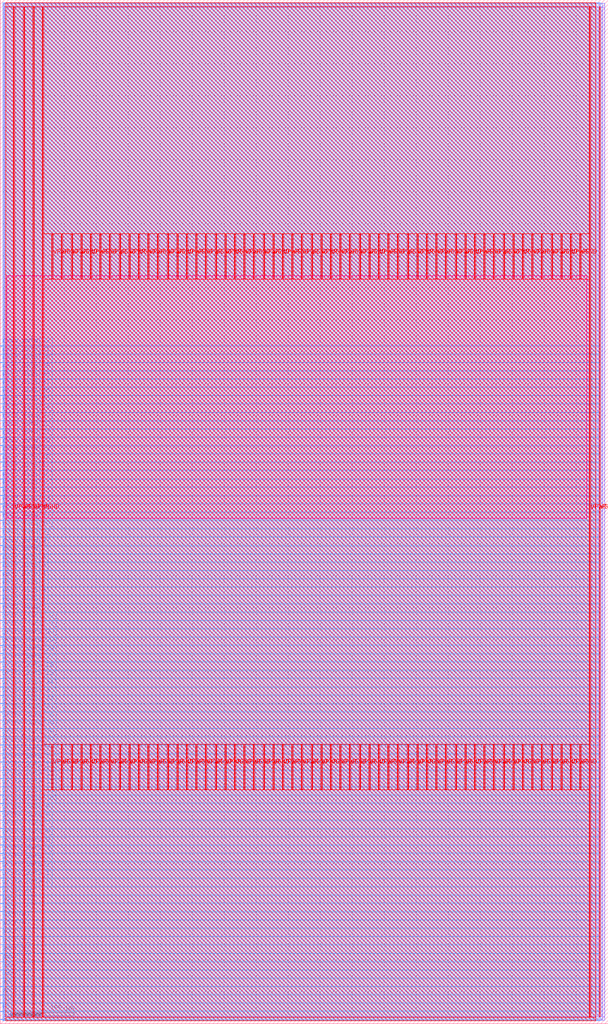
<source format=lef>
VERSION 5.7 ;
  NOWIREEXTENSIONATPIN ON ;
  DIVIDERCHAR "/" ;
  BUSBITCHARS "[]" ;
MACRO sram_33_4096
  CLASS BLOCK ;
  FOREIGN sram_33_4096 ;
  ORIGIN 0.000 0.000 ;
  SIZE 950.000 BY 1600.000 ;
  PIN VGND
    DIRECTION INPUT ;
    USE GROUND ;
    PORT
      LAYER met4 ;
        RECT 96.040 366.020 97.640 436.480 ;
    END
    PORT
      LAYER met4 ;
        RECT 126.040 366.020 127.640 436.480 ;
    END
    PORT
      LAYER met4 ;
        RECT 156.040 366.020 157.640 436.480 ;
    END
    PORT
      LAYER met4 ;
        RECT 186.040 366.020 187.640 436.480 ;
    END
    PORT
      LAYER met4 ;
        RECT 216.040 366.020 217.640 436.480 ;
    END
    PORT
      LAYER met4 ;
        RECT 246.040 366.020 247.640 436.480 ;
    END
    PORT
      LAYER met4 ;
        RECT 276.040 366.020 277.640 436.480 ;
    END
    PORT
      LAYER met4 ;
        RECT 306.040 366.020 307.640 436.480 ;
    END
    PORT
      LAYER met4 ;
        RECT 336.040 366.020 337.640 436.480 ;
    END
    PORT
      LAYER met4 ;
        RECT 366.040 366.020 367.640 436.480 ;
    END
    PORT
      LAYER met4 ;
        RECT 396.040 366.020 397.640 436.480 ;
    END
    PORT
      LAYER met4 ;
        RECT 426.040 366.020 427.640 436.480 ;
    END
    PORT
      LAYER met4 ;
        RECT 456.040 366.020 457.640 436.480 ;
    END
    PORT
      LAYER met4 ;
        RECT 486.040 366.020 487.640 436.480 ;
    END
    PORT
      LAYER met4 ;
        RECT 516.040 366.020 517.640 436.480 ;
    END
    PORT
      LAYER met4 ;
        RECT 546.040 366.020 547.640 436.480 ;
    END
    PORT
      LAYER met4 ;
        RECT 576.040 366.020 577.640 436.480 ;
    END
    PORT
      LAYER met4 ;
        RECT 606.040 366.020 607.640 436.480 ;
    END
    PORT
      LAYER met4 ;
        RECT 636.040 366.020 637.640 436.480 ;
    END
    PORT
      LAYER met4 ;
        RECT 666.040 366.020 667.640 436.480 ;
    END
    PORT
      LAYER met4 ;
        RECT 696.040 366.020 697.640 436.480 ;
    END
    PORT
      LAYER met4 ;
        RECT 726.040 366.020 727.640 436.480 ;
    END
    PORT
      LAYER met4 ;
        RECT 756.040 366.020 757.640 436.480 ;
    END
    PORT
      LAYER met4 ;
        RECT 786.040 366.020 787.640 436.480 ;
    END
    PORT
      LAYER met4 ;
        RECT 816.040 366.020 817.640 436.480 ;
    END
    PORT
      LAYER met4 ;
        RECT 846.040 366.020 847.640 436.480 ;
    END
    PORT
      LAYER met4 ;
        RECT 876.040 366.020 877.640 436.480 ;
    END
    PORT
      LAYER met4 ;
        RECT 906.040 366.020 907.640 436.480 ;
    END
    PORT
      LAYER met4 ;
        RECT 96.040 1163.520 97.640 1233.980 ;
    END
    PORT
      LAYER met4 ;
        RECT 126.040 1163.520 127.640 1233.980 ;
    END
    PORT
      LAYER met4 ;
        RECT 156.040 1163.520 157.640 1233.980 ;
    END
    PORT
      LAYER met4 ;
        RECT 186.040 1163.520 187.640 1233.980 ;
    END
    PORT
      LAYER met4 ;
        RECT 216.040 1163.520 217.640 1233.980 ;
    END
    PORT
      LAYER met4 ;
        RECT 246.040 1163.520 247.640 1233.980 ;
    END
    PORT
      LAYER met4 ;
        RECT 276.040 1163.520 277.640 1233.980 ;
    END
    PORT
      LAYER met4 ;
        RECT 306.040 1163.520 307.640 1233.980 ;
    END
    PORT
      LAYER met4 ;
        RECT 336.040 1163.520 337.640 1233.980 ;
    END
    PORT
      LAYER met4 ;
        RECT 366.040 1163.520 367.640 1233.980 ;
    END
    PORT
      LAYER met4 ;
        RECT 396.040 1163.520 397.640 1233.980 ;
    END
    PORT
      LAYER met4 ;
        RECT 426.040 1163.520 427.640 1233.980 ;
    END
    PORT
      LAYER met4 ;
        RECT 456.040 1163.520 457.640 1233.980 ;
    END
    PORT
      LAYER met4 ;
        RECT 486.040 1163.520 487.640 1233.980 ;
    END
    PORT
      LAYER met4 ;
        RECT 516.040 1163.520 517.640 1233.980 ;
    END
    PORT
      LAYER met4 ;
        RECT 546.040 1163.520 547.640 1233.980 ;
    END
    PORT
      LAYER met4 ;
        RECT 576.040 1163.520 577.640 1233.980 ;
    END
    PORT
      LAYER met4 ;
        RECT 606.040 1163.520 607.640 1233.980 ;
    END
    PORT
      LAYER met4 ;
        RECT 636.040 1163.520 637.640 1233.980 ;
    END
    PORT
      LAYER met4 ;
        RECT 666.040 1163.520 667.640 1233.980 ;
    END
    PORT
      LAYER met4 ;
        RECT 696.040 1163.520 697.640 1233.980 ;
    END
    PORT
      LAYER met4 ;
        RECT 726.040 1163.520 727.640 1233.980 ;
    END
    PORT
      LAYER met4 ;
        RECT 756.040 1163.520 757.640 1233.980 ;
    END
    PORT
      LAYER met4 ;
        RECT 786.040 1163.520 787.640 1233.980 ;
    END
    PORT
      LAYER met4 ;
        RECT 816.040 1163.520 817.640 1233.980 ;
    END
    PORT
      LAYER met4 ;
        RECT 846.040 1163.520 847.640 1233.980 ;
    END
    PORT
      LAYER met4 ;
        RECT 876.040 1163.520 877.640 1233.980 ;
    END
    PORT
      LAYER met4 ;
        RECT 906.040 1163.520 907.640 1233.980 ;
    END
    PORT
      LAYER met4 ;
        RECT 36.040 10.640 37.640 1588.720 ;
    END
    PORT
      LAYER met4 ;
        RECT 66.040 10.640 67.640 1588.720 ;
    END
    PORT
      LAYER met4 ;
        RECT 936.040 10.640 937.640 1588.720 ;
    END
  END VGND
  PIN VPWR
    DIRECTION INPUT ;
    USE POWER ;
    PORT
      LAYER met4 ;
        RECT 81.040 366.020 82.640 436.480 ;
    END
    PORT
      LAYER met4 ;
        RECT 111.040 366.020 112.640 436.480 ;
    END
    PORT
      LAYER met4 ;
        RECT 141.040 366.020 142.640 436.480 ;
    END
    PORT
      LAYER met4 ;
        RECT 171.040 366.020 172.640 436.480 ;
    END
    PORT
      LAYER met4 ;
        RECT 201.040 366.020 202.640 436.480 ;
    END
    PORT
      LAYER met4 ;
        RECT 231.040 366.020 232.640 436.480 ;
    END
    PORT
      LAYER met4 ;
        RECT 261.040 366.020 262.640 436.480 ;
    END
    PORT
      LAYER met4 ;
        RECT 291.040 366.020 292.640 436.480 ;
    END
    PORT
      LAYER met4 ;
        RECT 321.040 366.020 322.640 436.480 ;
    END
    PORT
      LAYER met4 ;
        RECT 351.040 366.020 352.640 436.480 ;
    END
    PORT
      LAYER met4 ;
        RECT 381.040 366.020 382.640 436.480 ;
    END
    PORT
      LAYER met4 ;
        RECT 411.040 366.020 412.640 436.480 ;
    END
    PORT
      LAYER met4 ;
        RECT 441.040 366.020 442.640 436.480 ;
    END
    PORT
      LAYER met4 ;
        RECT 471.040 366.020 472.640 436.480 ;
    END
    PORT
      LAYER met4 ;
        RECT 501.040 366.020 502.640 436.480 ;
    END
    PORT
      LAYER met4 ;
        RECT 531.040 366.020 532.640 436.480 ;
    END
    PORT
      LAYER met4 ;
        RECT 561.040 366.020 562.640 436.480 ;
    END
    PORT
      LAYER met4 ;
        RECT 591.040 366.020 592.640 436.480 ;
    END
    PORT
      LAYER met4 ;
        RECT 621.040 366.020 622.640 436.480 ;
    END
    PORT
      LAYER met4 ;
        RECT 651.040 366.020 652.640 436.480 ;
    END
    PORT
      LAYER met4 ;
        RECT 681.040 366.020 682.640 436.480 ;
    END
    PORT
      LAYER met4 ;
        RECT 711.040 366.020 712.640 436.480 ;
    END
    PORT
      LAYER met4 ;
        RECT 741.040 366.020 742.640 436.480 ;
    END
    PORT
      LAYER met4 ;
        RECT 771.040 366.020 772.640 436.480 ;
    END
    PORT
      LAYER met4 ;
        RECT 801.040 366.020 802.640 436.480 ;
    END
    PORT
      LAYER met4 ;
        RECT 831.040 366.020 832.640 436.480 ;
    END
    PORT
      LAYER met4 ;
        RECT 861.040 366.020 862.640 436.480 ;
    END
    PORT
      LAYER met4 ;
        RECT 891.040 366.020 892.640 436.480 ;
    END
    PORT
      LAYER met4 ;
        RECT 81.040 1163.520 82.640 1233.980 ;
    END
    PORT
      LAYER met4 ;
        RECT 111.040 1163.520 112.640 1233.980 ;
    END
    PORT
      LAYER met4 ;
        RECT 141.040 1163.520 142.640 1233.980 ;
    END
    PORT
      LAYER met4 ;
        RECT 171.040 1163.520 172.640 1233.980 ;
    END
    PORT
      LAYER met4 ;
        RECT 201.040 1163.520 202.640 1233.980 ;
    END
    PORT
      LAYER met4 ;
        RECT 231.040 1163.520 232.640 1233.980 ;
    END
    PORT
      LAYER met4 ;
        RECT 261.040 1163.520 262.640 1233.980 ;
    END
    PORT
      LAYER met4 ;
        RECT 291.040 1163.520 292.640 1233.980 ;
    END
    PORT
      LAYER met4 ;
        RECT 321.040 1163.520 322.640 1233.980 ;
    END
    PORT
      LAYER met4 ;
        RECT 351.040 1163.520 352.640 1233.980 ;
    END
    PORT
      LAYER met4 ;
        RECT 381.040 1163.520 382.640 1233.980 ;
    END
    PORT
      LAYER met4 ;
        RECT 411.040 1163.520 412.640 1233.980 ;
    END
    PORT
      LAYER met4 ;
        RECT 441.040 1163.520 442.640 1233.980 ;
    END
    PORT
      LAYER met4 ;
        RECT 471.040 1163.520 472.640 1233.980 ;
    END
    PORT
      LAYER met4 ;
        RECT 501.040 1163.520 502.640 1233.980 ;
    END
    PORT
      LAYER met4 ;
        RECT 531.040 1163.520 532.640 1233.980 ;
    END
    PORT
      LAYER met4 ;
        RECT 561.040 1163.520 562.640 1233.980 ;
    END
    PORT
      LAYER met4 ;
        RECT 591.040 1163.520 592.640 1233.980 ;
    END
    PORT
      LAYER met4 ;
        RECT 621.040 1163.520 622.640 1233.980 ;
    END
    PORT
      LAYER met4 ;
        RECT 651.040 1163.520 652.640 1233.980 ;
    END
    PORT
      LAYER met4 ;
        RECT 681.040 1163.520 682.640 1233.980 ;
    END
    PORT
      LAYER met4 ;
        RECT 711.040 1163.520 712.640 1233.980 ;
    END
    PORT
      LAYER met4 ;
        RECT 741.040 1163.520 742.640 1233.980 ;
    END
    PORT
      LAYER met4 ;
        RECT 771.040 1163.520 772.640 1233.980 ;
    END
    PORT
      LAYER met4 ;
        RECT 801.040 1163.520 802.640 1233.980 ;
    END
    PORT
      LAYER met4 ;
        RECT 831.040 1163.520 832.640 1233.980 ;
    END
    PORT
      LAYER met4 ;
        RECT 861.040 1163.520 862.640 1233.980 ;
    END
    PORT
      LAYER met4 ;
        RECT 891.040 1163.520 892.640 1233.980 ;
    END
    PORT
      LAYER met4 ;
        RECT 21.040 10.640 22.640 1588.720 ;
    END
    PORT
      LAYER met4 ;
        RECT 51.040 10.640 52.640 1588.720 ;
    END
    PORT
      LAYER met4 ;
        RECT 921.040 10.640 922.640 1588.720 ;
    END
  END VPWR
  PIN addr[0]
    DIRECTION INPUT ;
    USE SIGNAL ;
    PORT
      LAYER met3 ;
        RECT 0.000 44.920 4.000 45.520 ;
    END
  END addr[0]
  PIN addr[10]
    DIRECTION INPUT ;
    USE SIGNAL ;
    PORT
      LAYER met3 ;
        RECT 0.000 174.800 4.000 175.400 ;
    END
  END addr[10]
  PIN addr[11]
    DIRECTION INPUT ;
    USE SIGNAL ;
    PORT
      LAYER met3 ;
        RECT 0.000 187.720 4.000 188.320 ;
    END
  END addr[11]
  PIN addr[1]
    DIRECTION INPUT ;
    USE SIGNAL ;
    PORT
      LAYER met3 ;
        RECT 0.000 57.840 4.000 58.440 ;
    END
  END addr[1]
  PIN addr[2]
    DIRECTION INPUT ;
    USE SIGNAL ;
    PORT
      LAYER met3 ;
        RECT 0.000 70.760 4.000 71.360 ;
    END
  END addr[2]
  PIN addr[3]
    DIRECTION INPUT ;
    USE SIGNAL ;
    PORT
      LAYER met3 ;
        RECT 0.000 83.680 4.000 84.280 ;
    END
  END addr[3]
  PIN addr[4]
    DIRECTION INPUT ;
    USE SIGNAL ;
    PORT
      LAYER met3 ;
        RECT 0.000 96.600 4.000 97.200 ;
    END
  END addr[4]
  PIN addr[5]
    DIRECTION INPUT ;
    USE SIGNAL ;
    PORT
      LAYER met3 ;
        RECT 0.000 109.520 4.000 110.120 ;
    END
  END addr[5]
  PIN addr[6]
    DIRECTION INPUT ;
    USE SIGNAL ;
    PORT
      LAYER met3 ;
        RECT 0.000 123.120 4.000 123.720 ;
    END
  END addr[6]
  PIN addr[7]
    DIRECTION INPUT ;
    USE SIGNAL ;
    PORT
      LAYER met3 ;
        RECT 0.000 136.040 4.000 136.640 ;
    END
  END addr[7]
  PIN addr[8]
    DIRECTION INPUT ;
    USE SIGNAL ;
    PORT
      LAYER met3 ;
        RECT 0.000 148.960 4.000 149.560 ;
    END
  END addr[8]
  PIN addr[9]
    DIRECTION INPUT ;
    USE SIGNAL ;
    PORT
      LAYER met3 ;
        RECT 0.000 161.880 4.000 162.480 ;
    END
  END addr[9]
  PIN clk
    DIRECTION INPUT ;
    USE SIGNAL ;
    PORT
      LAYER met3 ;
        RECT 0.000 6.160 4.000 6.760 ;
    END
  END clk
  PIN clk_en
    DIRECTION INPUT ;
    USE SIGNAL ;
    PORT
      LAYER met3 ;
        RECT 0.000 32.000 4.000 32.600 ;
    END
  END clk_en
  PIN read_data[0]
    DIRECTION OUTPUT TRISTATE ;
    USE SIGNAL ;
    PORT
      LAYER met3 ;
        RECT 0.000 642.640 4.000 643.240 ;
    END
  END read_data[0]
  PIN read_data[10]
    DIRECTION OUTPUT TRISTATE ;
    USE SIGNAL ;
    PORT
      LAYER met3 ;
        RECT 0.000 773.200 4.000 773.800 ;
    END
  END read_data[10]
  PIN read_data[11]
    DIRECTION OUTPUT TRISTATE ;
    USE SIGNAL ;
    PORT
      LAYER met3 ;
        RECT 0.000 786.120 4.000 786.720 ;
    END
  END read_data[11]
  PIN read_data[12]
    DIRECTION OUTPUT TRISTATE ;
    USE SIGNAL ;
    PORT
      LAYER met3 ;
        RECT 0.000 799.040 4.000 799.640 ;
    END
  END read_data[12]
  PIN read_data[13]
    DIRECTION OUTPUT TRISTATE ;
    USE SIGNAL ;
    PORT
      LAYER met3 ;
        RECT 0.000 811.960 4.000 812.560 ;
    END
  END read_data[13]
  PIN read_data[14]
    DIRECTION OUTPUT TRISTATE ;
    USE SIGNAL ;
    PORT
      LAYER met3 ;
        RECT 0.000 824.880 4.000 825.480 ;
    END
  END read_data[14]
  PIN read_data[15]
    DIRECTION OUTPUT TRISTATE ;
    USE SIGNAL ;
    PORT
      LAYER met3 ;
        RECT 0.000 837.800 4.000 838.400 ;
    END
  END read_data[15]
  PIN read_data[16]
    DIRECTION OUTPUT TRISTATE ;
    USE SIGNAL ;
    PORT
      LAYER met3 ;
        RECT 0.000 850.720 4.000 851.320 ;
    END
  END read_data[16]
  PIN read_data[17]
    DIRECTION OUTPUT TRISTATE ;
    USE SIGNAL ;
    PORT
      LAYER met3 ;
        RECT 0.000 864.320 4.000 864.920 ;
    END
  END read_data[17]
  PIN read_data[18]
    DIRECTION OUTPUT TRISTATE ;
    USE SIGNAL ;
    PORT
      LAYER met3 ;
        RECT 0.000 877.240 4.000 877.840 ;
    END
  END read_data[18]
  PIN read_data[19]
    DIRECTION OUTPUT TRISTATE ;
    USE SIGNAL ;
    PORT
      LAYER met3 ;
        RECT 0.000 890.160 4.000 890.760 ;
    END
  END read_data[19]
  PIN read_data[1]
    DIRECTION OUTPUT TRISTATE ;
    USE SIGNAL ;
    PORT
      LAYER met3 ;
        RECT 0.000 656.240 4.000 656.840 ;
    END
  END read_data[1]
  PIN read_data[20]
    DIRECTION OUTPUT TRISTATE ;
    USE SIGNAL ;
    PORT
      LAYER met3 ;
        RECT 0.000 903.080 4.000 903.680 ;
    END
  END read_data[20]
  PIN read_data[21]
    DIRECTION OUTPUT TRISTATE ;
    USE SIGNAL ;
    PORT
      LAYER met3 ;
        RECT 0.000 916.000 4.000 916.600 ;
    END
  END read_data[21]
  PIN read_data[22]
    DIRECTION OUTPUT TRISTATE ;
    USE SIGNAL ;
    PORT
      LAYER met3 ;
        RECT 0.000 928.920 4.000 929.520 ;
    END
  END read_data[22]
  PIN read_data[23]
    DIRECTION OUTPUT TRISTATE ;
    USE SIGNAL ;
    PORT
      LAYER met3 ;
        RECT 0.000 941.840 4.000 942.440 ;
    END
  END read_data[23]
  PIN read_data[24]
    DIRECTION OUTPUT TRISTATE ;
    USE SIGNAL ;
    PORT
      LAYER met3 ;
        RECT 0.000 954.760 4.000 955.360 ;
    END
  END read_data[24]
  PIN read_data[25]
    DIRECTION OUTPUT TRISTATE ;
    USE SIGNAL ;
    PORT
      LAYER met3 ;
        RECT 0.000 968.360 4.000 968.960 ;
    END
  END read_data[25]
  PIN read_data[26]
    DIRECTION OUTPUT TRISTATE ;
    USE SIGNAL ;
    PORT
      LAYER met3 ;
        RECT 0.000 981.280 4.000 981.880 ;
    END
  END read_data[26]
  PIN read_data[27]
    DIRECTION OUTPUT TRISTATE ;
    USE SIGNAL ;
    PORT
      LAYER met3 ;
        RECT 0.000 994.200 4.000 994.800 ;
    END
  END read_data[27]
  PIN read_data[28]
    DIRECTION OUTPUT TRISTATE ;
    USE SIGNAL ;
    PORT
      LAYER met3 ;
        RECT 0.000 1007.120 4.000 1007.720 ;
    END
  END read_data[28]
  PIN read_data[29]
    DIRECTION OUTPUT TRISTATE ;
    USE SIGNAL ;
    PORT
      LAYER met3 ;
        RECT 0.000 1020.040 4.000 1020.640 ;
    END
  END read_data[29]
  PIN read_data[2]
    DIRECTION OUTPUT TRISTATE ;
    USE SIGNAL ;
    PORT
      LAYER met3 ;
        RECT 0.000 669.160 4.000 669.760 ;
    END
  END read_data[2]
  PIN read_data[30]
    DIRECTION OUTPUT TRISTATE ;
    USE SIGNAL ;
    PORT
      LAYER met3 ;
        RECT 0.000 1032.960 4.000 1033.560 ;
    END
  END read_data[30]
  PIN read_data[31]
    DIRECTION OUTPUT TRISTATE ;
    USE SIGNAL ;
    PORT
      LAYER met3 ;
        RECT 0.000 1045.880 4.000 1046.480 ;
    END
  END read_data[31]
  PIN read_data[32]
    DIRECTION OUTPUT TRISTATE ;
    USE SIGNAL ;
    PORT
      LAYER met3 ;
        RECT 0.000 1058.800 4.000 1059.400 ;
    END
  END read_data[32]
  PIN read_data[3]
    DIRECTION OUTPUT TRISTATE ;
    USE SIGNAL ;
    PORT
      LAYER met3 ;
        RECT 0.000 682.080 4.000 682.680 ;
    END
  END read_data[3]
  PIN read_data[4]
    DIRECTION OUTPUT TRISTATE ;
    USE SIGNAL ;
    PORT
      LAYER met3 ;
        RECT 0.000 695.000 4.000 695.600 ;
    END
  END read_data[4]
  PIN read_data[5]
    DIRECTION OUTPUT TRISTATE ;
    USE SIGNAL ;
    PORT
      LAYER met3 ;
        RECT 0.000 707.920 4.000 708.520 ;
    END
  END read_data[5]
  PIN read_data[6]
    DIRECTION OUTPUT TRISTATE ;
    USE SIGNAL ;
    PORT
      LAYER met3 ;
        RECT 0.000 720.840 4.000 721.440 ;
    END
  END read_data[6]
  PIN read_data[7]
    DIRECTION OUTPUT TRISTATE ;
    USE SIGNAL ;
    PORT
      LAYER met3 ;
        RECT 0.000 733.760 4.000 734.360 ;
    END
  END read_data[7]
  PIN read_data[8]
    DIRECTION OUTPUT TRISTATE ;
    USE SIGNAL ;
    PORT
      LAYER met3 ;
        RECT 0.000 746.680 4.000 747.280 ;
    END
  END read_data[8]
  PIN read_data[9]
    DIRECTION OUTPUT TRISTATE ;
    USE SIGNAL ;
    PORT
      LAYER met3 ;
        RECT 0.000 760.280 4.000 760.880 ;
    END
  END read_data[9]
  PIN rst
    DIRECTION INPUT ;
    USE SIGNAL ;
    PORT
      LAYER met3 ;
        RECT 0.000 19.080 4.000 19.680 ;
    END
  END rst
  PIN write_data[0]
    DIRECTION INPUT ;
    USE SIGNAL ;
    PORT
      LAYER met3 ;
        RECT 0.000 213.560 4.000 214.160 ;
    END
  END write_data[0]
  PIN write_data[10]
    DIRECTION INPUT ;
    USE SIGNAL ;
    PORT
      LAYER met3 ;
        RECT 0.000 344.120 4.000 344.720 ;
    END
  END write_data[10]
  PIN write_data[11]
    DIRECTION INPUT ;
    USE SIGNAL ;
    PORT
      LAYER met3 ;
        RECT 0.000 357.040 4.000 357.640 ;
    END
  END write_data[11]
  PIN write_data[12]
    DIRECTION INPUT ;
    USE SIGNAL ;
    PORT
      LAYER met3 ;
        RECT 0.000 369.960 4.000 370.560 ;
    END
  END write_data[12]
  PIN write_data[13]
    DIRECTION INPUT ;
    USE SIGNAL ;
    PORT
      LAYER met3 ;
        RECT 0.000 382.880 4.000 383.480 ;
    END
  END write_data[13]
  PIN write_data[14]
    DIRECTION INPUT ;
    USE SIGNAL ;
    PORT
      LAYER met3 ;
        RECT 0.000 395.800 4.000 396.400 ;
    END
  END write_data[14]
  PIN write_data[15]
    DIRECTION INPUT ;
    USE SIGNAL ;
    PORT
      LAYER met3 ;
        RECT 0.000 408.720 4.000 409.320 ;
    END
  END write_data[15]
  PIN write_data[16]
    DIRECTION INPUT ;
    USE SIGNAL ;
    PORT
      LAYER met3 ;
        RECT 0.000 421.640 4.000 422.240 ;
    END
  END write_data[16]
  PIN write_data[17]
    DIRECTION INPUT ;
    USE SIGNAL ;
    PORT
      LAYER met3 ;
        RECT 0.000 435.240 4.000 435.840 ;
    END
  END write_data[17]
  PIN write_data[18]
    DIRECTION INPUT ;
    USE SIGNAL ;
    PORT
      LAYER met3 ;
        RECT 0.000 448.160 4.000 448.760 ;
    END
  END write_data[18]
  PIN write_data[19]
    DIRECTION INPUT ;
    USE SIGNAL ;
    PORT
      LAYER met3 ;
        RECT 0.000 461.080 4.000 461.680 ;
    END
  END write_data[19]
  PIN write_data[1]
    DIRECTION INPUT ;
    USE SIGNAL ;
    PORT
      LAYER met3 ;
        RECT 0.000 227.160 4.000 227.760 ;
    END
  END write_data[1]
  PIN write_data[20]
    DIRECTION INPUT ;
    USE SIGNAL ;
    PORT
      LAYER met3 ;
        RECT 0.000 474.000 4.000 474.600 ;
    END
  END write_data[20]
  PIN write_data[21]
    DIRECTION INPUT ;
    USE SIGNAL ;
    PORT
      LAYER met3 ;
        RECT 0.000 486.920 4.000 487.520 ;
    END
  END write_data[21]
  PIN write_data[22]
    DIRECTION INPUT ;
    USE SIGNAL ;
    PORT
      LAYER met3 ;
        RECT 0.000 499.840 4.000 500.440 ;
    END
  END write_data[22]
  PIN write_data[23]
    DIRECTION INPUT ;
    USE SIGNAL ;
    PORT
      LAYER met3 ;
        RECT 0.000 512.760 4.000 513.360 ;
    END
  END write_data[23]
  PIN write_data[24]
    DIRECTION INPUT ;
    USE SIGNAL ;
    PORT
      LAYER met3 ;
        RECT 0.000 525.680 4.000 526.280 ;
    END
  END write_data[24]
  PIN write_data[25]
    DIRECTION INPUT ;
    USE SIGNAL ;
    PORT
      LAYER met3 ;
        RECT 0.000 539.280 4.000 539.880 ;
    END
  END write_data[25]
  PIN write_data[26]
    DIRECTION INPUT ;
    USE SIGNAL ;
    PORT
      LAYER met3 ;
        RECT 0.000 552.200 4.000 552.800 ;
    END
  END write_data[26]
  PIN write_data[27]
    DIRECTION INPUT ;
    USE SIGNAL ;
    PORT
      LAYER met3 ;
        RECT 0.000 565.120 4.000 565.720 ;
    END
  END write_data[27]
  PIN write_data[28]
    DIRECTION INPUT ;
    USE SIGNAL ;
    PORT
      LAYER met3 ;
        RECT 0.000 578.040 4.000 578.640 ;
    END
  END write_data[28]
  PIN write_data[29]
    DIRECTION INPUT ;
    USE SIGNAL ;
    PORT
      LAYER met3 ;
        RECT 0.000 590.960 4.000 591.560 ;
    END
  END write_data[29]
  PIN write_data[2]
    DIRECTION INPUT ;
    USE SIGNAL ;
    PORT
      LAYER met3 ;
        RECT 0.000 240.080 4.000 240.680 ;
    END
  END write_data[2]
  PIN write_data[30]
    DIRECTION INPUT ;
    USE SIGNAL ;
    PORT
      LAYER met3 ;
        RECT 0.000 603.880 4.000 604.480 ;
    END
  END write_data[30]
  PIN write_data[31]
    DIRECTION INPUT ;
    USE SIGNAL ;
    PORT
      LAYER met3 ;
        RECT 0.000 616.800 4.000 617.400 ;
    END
  END write_data[31]
  PIN write_data[32]
    DIRECTION INPUT ;
    USE SIGNAL ;
    PORT
      LAYER met3 ;
        RECT 0.000 629.720 4.000 630.320 ;
    END
  END write_data[32]
  PIN write_data[3]
    DIRECTION INPUT ;
    USE SIGNAL ;
    PORT
      LAYER met3 ;
        RECT 0.000 253.000 4.000 253.600 ;
    END
  END write_data[3]
  PIN write_data[4]
    DIRECTION INPUT ;
    USE SIGNAL ;
    PORT
      LAYER met3 ;
        RECT 0.000 265.920 4.000 266.520 ;
    END
  END write_data[4]
  PIN write_data[5]
    DIRECTION INPUT ;
    USE SIGNAL ;
    PORT
      LAYER met3 ;
        RECT 0.000 278.840 4.000 279.440 ;
    END
  END write_data[5]
  PIN write_data[6]
    DIRECTION INPUT ;
    USE SIGNAL ;
    PORT
      LAYER met3 ;
        RECT 0.000 291.760 4.000 292.360 ;
    END
  END write_data[6]
  PIN write_data[7]
    DIRECTION INPUT ;
    USE SIGNAL ;
    PORT
      LAYER met3 ;
        RECT 0.000 304.680 4.000 305.280 ;
    END
  END write_data[7]
  PIN write_data[8]
    DIRECTION INPUT ;
    USE SIGNAL ;
    PORT
      LAYER met3 ;
        RECT 0.000 317.600 4.000 318.200 ;
    END
  END write_data[8]
  PIN write_data[9]
    DIRECTION INPUT ;
    USE SIGNAL ;
    PORT
      LAYER met3 ;
        RECT 0.000 331.200 4.000 331.800 ;
    END
  END write_data[9]
  PIN write_en
    DIRECTION INPUT ;
    USE SIGNAL ;
    PORT
      LAYER met3 ;
        RECT 0.000 200.640 4.000 201.240 ;
    END
  END write_en
  OBS
      LAYER li1 ;
        RECT 5.520 10.795 944.380 1588.565 ;
      LAYER met1 ;
        RECT 5.520 5.620 944.380 1594.380 ;
      LAYER met2 ;
        RECT 6.600 5.620 940.600 1594.380 ;
      LAYER met3 ;
        RECT 4.000 1059.800 937.875 1595.000 ;
        RECT 4.400 1058.400 937.875 1059.800 ;
        RECT 4.000 1046.880 937.875 1058.400 ;
        RECT 4.400 1045.480 937.875 1046.880 ;
        RECT 4.000 1033.960 937.875 1045.480 ;
        RECT 4.400 1032.560 937.875 1033.960 ;
        RECT 4.000 1021.040 937.875 1032.560 ;
        RECT 4.400 1019.640 937.875 1021.040 ;
        RECT 4.000 1008.120 937.875 1019.640 ;
        RECT 4.400 1006.720 937.875 1008.120 ;
        RECT 4.000 995.200 937.875 1006.720 ;
        RECT 4.400 993.800 937.875 995.200 ;
        RECT 4.000 982.280 937.875 993.800 ;
        RECT 4.400 980.880 937.875 982.280 ;
        RECT 4.000 969.360 937.875 980.880 ;
        RECT 4.400 967.960 937.875 969.360 ;
        RECT 4.000 955.760 937.875 967.960 ;
        RECT 4.400 954.360 937.875 955.760 ;
        RECT 4.000 942.840 937.875 954.360 ;
        RECT 4.400 941.440 937.875 942.840 ;
        RECT 4.000 929.920 937.875 941.440 ;
        RECT 4.400 928.520 937.875 929.920 ;
        RECT 4.000 917.000 937.875 928.520 ;
        RECT 4.400 915.600 937.875 917.000 ;
        RECT 4.000 904.080 937.875 915.600 ;
        RECT 4.400 902.680 937.875 904.080 ;
        RECT 4.000 891.160 937.875 902.680 ;
        RECT 4.400 889.760 937.875 891.160 ;
        RECT 4.000 878.240 937.875 889.760 ;
        RECT 4.400 876.840 937.875 878.240 ;
        RECT 4.000 865.320 937.875 876.840 ;
        RECT 4.400 863.920 937.875 865.320 ;
        RECT 4.000 851.720 937.875 863.920 ;
        RECT 4.400 850.320 937.875 851.720 ;
        RECT 4.000 838.800 937.875 850.320 ;
        RECT 4.400 837.400 937.875 838.800 ;
        RECT 4.000 825.880 937.875 837.400 ;
        RECT 4.400 824.480 937.875 825.880 ;
        RECT 4.000 812.960 937.875 824.480 ;
        RECT 4.400 811.560 937.875 812.960 ;
        RECT 4.000 800.040 937.875 811.560 ;
        RECT 4.400 798.640 937.875 800.040 ;
        RECT 4.000 787.120 937.875 798.640 ;
        RECT 4.400 785.720 937.875 787.120 ;
        RECT 4.000 774.200 937.875 785.720 ;
        RECT 4.400 772.800 937.875 774.200 ;
        RECT 4.000 761.280 937.875 772.800 ;
        RECT 4.400 759.880 937.875 761.280 ;
        RECT 4.000 747.680 937.875 759.880 ;
        RECT 4.400 746.280 937.875 747.680 ;
        RECT 4.000 734.760 937.875 746.280 ;
        RECT 4.400 733.360 937.875 734.760 ;
        RECT 4.000 721.840 937.875 733.360 ;
        RECT 4.400 720.440 937.875 721.840 ;
        RECT 4.000 708.920 937.875 720.440 ;
        RECT 4.400 707.520 937.875 708.920 ;
        RECT 4.000 696.000 937.875 707.520 ;
        RECT 4.400 694.600 937.875 696.000 ;
        RECT 4.000 683.080 937.875 694.600 ;
        RECT 4.400 681.680 937.875 683.080 ;
        RECT 4.000 670.160 937.875 681.680 ;
        RECT 4.400 668.760 937.875 670.160 ;
        RECT 4.000 657.240 937.875 668.760 ;
        RECT 4.400 655.840 937.875 657.240 ;
        RECT 4.000 643.640 937.875 655.840 ;
        RECT 4.400 642.240 937.875 643.640 ;
        RECT 4.000 630.720 937.875 642.240 ;
        RECT 4.400 629.320 937.875 630.720 ;
        RECT 4.000 617.800 937.875 629.320 ;
        RECT 4.400 616.400 937.875 617.800 ;
        RECT 4.000 604.880 937.875 616.400 ;
        RECT 4.400 603.480 937.875 604.880 ;
        RECT 4.000 591.960 937.875 603.480 ;
        RECT 4.400 590.560 937.875 591.960 ;
        RECT 4.000 579.040 937.875 590.560 ;
        RECT 4.400 577.640 937.875 579.040 ;
        RECT 4.000 566.120 937.875 577.640 ;
        RECT 4.400 564.720 937.875 566.120 ;
        RECT 4.000 553.200 937.875 564.720 ;
        RECT 4.400 551.800 937.875 553.200 ;
        RECT 4.000 540.280 937.875 551.800 ;
        RECT 4.400 538.880 937.875 540.280 ;
        RECT 4.000 526.680 937.875 538.880 ;
        RECT 4.400 525.280 937.875 526.680 ;
        RECT 4.000 513.760 937.875 525.280 ;
        RECT 4.400 512.360 937.875 513.760 ;
        RECT 4.000 500.840 937.875 512.360 ;
        RECT 4.400 499.440 937.875 500.840 ;
        RECT 4.000 487.920 937.875 499.440 ;
        RECT 4.400 486.520 937.875 487.920 ;
        RECT 4.000 475.000 937.875 486.520 ;
        RECT 4.400 473.600 937.875 475.000 ;
        RECT 4.000 462.080 937.875 473.600 ;
        RECT 4.400 460.680 937.875 462.080 ;
        RECT 4.000 449.160 937.875 460.680 ;
        RECT 4.400 447.760 937.875 449.160 ;
        RECT 4.000 436.240 937.875 447.760 ;
        RECT 4.400 434.840 937.875 436.240 ;
        RECT 4.000 422.640 937.875 434.840 ;
        RECT 4.400 421.240 937.875 422.640 ;
        RECT 4.000 409.720 937.875 421.240 ;
        RECT 4.400 408.320 937.875 409.720 ;
        RECT 4.000 396.800 937.875 408.320 ;
        RECT 4.400 395.400 937.875 396.800 ;
        RECT 4.000 383.880 937.875 395.400 ;
        RECT 4.400 382.480 937.875 383.880 ;
        RECT 4.000 370.960 937.875 382.480 ;
        RECT 4.400 369.560 937.875 370.960 ;
        RECT 4.000 358.040 937.875 369.560 ;
        RECT 4.400 356.640 937.875 358.040 ;
        RECT 4.000 345.120 937.875 356.640 ;
        RECT 4.400 343.720 937.875 345.120 ;
        RECT 4.000 332.200 937.875 343.720 ;
        RECT 4.400 330.800 937.875 332.200 ;
        RECT 4.000 318.600 937.875 330.800 ;
        RECT 4.400 317.200 937.875 318.600 ;
        RECT 4.000 305.680 937.875 317.200 ;
        RECT 4.400 304.280 937.875 305.680 ;
        RECT 4.000 292.760 937.875 304.280 ;
        RECT 4.400 291.360 937.875 292.760 ;
        RECT 4.000 279.840 937.875 291.360 ;
        RECT 4.400 278.440 937.875 279.840 ;
        RECT 4.000 266.920 937.875 278.440 ;
        RECT 4.400 265.520 937.875 266.920 ;
        RECT 4.000 254.000 937.875 265.520 ;
        RECT 4.400 252.600 937.875 254.000 ;
        RECT 4.000 241.080 937.875 252.600 ;
        RECT 4.400 239.680 937.875 241.080 ;
        RECT 4.000 228.160 937.875 239.680 ;
        RECT 4.400 226.760 937.875 228.160 ;
        RECT 4.000 214.560 937.875 226.760 ;
        RECT 4.400 213.160 937.875 214.560 ;
        RECT 4.000 201.640 937.875 213.160 ;
        RECT 4.400 200.240 937.875 201.640 ;
        RECT 4.000 188.720 937.875 200.240 ;
        RECT 4.400 187.320 937.875 188.720 ;
        RECT 4.000 175.800 937.875 187.320 ;
        RECT 4.400 174.400 937.875 175.800 ;
        RECT 4.000 162.880 937.875 174.400 ;
        RECT 4.400 161.480 937.875 162.880 ;
        RECT 4.000 149.960 937.875 161.480 ;
        RECT 4.400 148.560 937.875 149.960 ;
        RECT 4.000 137.040 937.875 148.560 ;
        RECT 4.400 135.640 937.875 137.040 ;
        RECT 4.000 124.120 937.875 135.640 ;
        RECT 4.400 122.720 937.875 124.120 ;
        RECT 4.000 110.520 937.875 122.720 ;
        RECT 4.400 109.120 937.875 110.520 ;
        RECT 4.000 97.600 937.875 109.120 ;
        RECT 4.400 96.200 937.875 97.600 ;
        RECT 4.000 84.680 937.875 96.200 ;
        RECT 4.400 83.280 937.875 84.680 ;
        RECT 4.000 71.760 937.875 83.280 ;
        RECT 4.400 70.360 937.875 71.760 ;
        RECT 4.000 58.840 937.875 70.360 ;
        RECT 4.400 57.440 937.875 58.840 ;
        RECT 4.000 45.920 937.875 57.440 ;
        RECT 4.400 44.520 937.875 45.920 ;
        RECT 4.000 33.000 937.875 44.520 ;
        RECT 4.400 31.600 937.875 33.000 ;
        RECT 4.000 20.080 937.875 31.600 ;
        RECT 4.400 18.680 937.875 20.080 ;
        RECT 4.000 7.160 937.875 18.680 ;
        RECT 4.400 5.760 937.875 7.160 ;
        RECT 4.000 5.000 937.875 5.760 ;
      LAYER met4 ;
        RECT 8.575 1589.120 930.745 1595.000 ;
        RECT 8.575 10.240 20.640 1589.120 ;
        RECT 23.040 10.240 35.640 1589.120 ;
        RECT 38.040 10.240 50.640 1589.120 ;
        RECT 53.040 10.240 65.640 1589.120 ;
        RECT 68.040 1234.380 920.640 1589.120 ;
        RECT 68.040 1163.120 80.640 1234.380 ;
        RECT 83.040 1163.120 95.640 1234.380 ;
        RECT 98.040 1163.120 110.640 1234.380 ;
        RECT 113.040 1163.120 125.640 1234.380 ;
        RECT 128.040 1163.120 140.640 1234.380 ;
        RECT 143.040 1163.120 155.640 1234.380 ;
        RECT 158.040 1163.120 170.640 1234.380 ;
        RECT 173.040 1163.120 185.640 1234.380 ;
        RECT 188.040 1163.120 200.640 1234.380 ;
        RECT 203.040 1163.120 215.640 1234.380 ;
        RECT 218.040 1163.120 230.640 1234.380 ;
        RECT 233.040 1163.120 245.640 1234.380 ;
        RECT 248.040 1163.120 260.640 1234.380 ;
        RECT 263.040 1163.120 275.640 1234.380 ;
        RECT 278.040 1163.120 290.640 1234.380 ;
        RECT 293.040 1163.120 305.640 1234.380 ;
        RECT 308.040 1163.120 320.640 1234.380 ;
        RECT 323.040 1163.120 335.640 1234.380 ;
        RECT 338.040 1163.120 350.640 1234.380 ;
        RECT 353.040 1163.120 365.640 1234.380 ;
        RECT 368.040 1163.120 380.640 1234.380 ;
        RECT 383.040 1163.120 395.640 1234.380 ;
        RECT 398.040 1163.120 410.640 1234.380 ;
        RECT 413.040 1163.120 425.640 1234.380 ;
        RECT 428.040 1163.120 440.640 1234.380 ;
        RECT 443.040 1163.120 455.640 1234.380 ;
        RECT 458.040 1163.120 470.640 1234.380 ;
        RECT 473.040 1163.120 485.640 1234.380 ;
        RECT 488.040 1163.120 500.640 1234.380 ;
        RECT 503.040 1163.120 515.640 1234.380 ;
        RECT 518.040 1163.120 530.640 1234.380 ;
        RECT 533.040 1163.120 545.640 1234.380 ;
        RECT 548.040 1163.120 560.640 1234.380 ;
        RECT 563.040 1163.120 575.640 1234.380 ;
        RECT 578.040 1163.120 590.640 1234.380 ;
        RECT 593.040 1163.120 605.640 1234.380 ;
        RECT 608.040 1163.120 620.640 1234.380 ;
        RECT 623.040 1163.120 635.640 1234.380 ;
        RECT 638.040 1163.120 650.640 1234.380 ;
        RECT 653.040 1163.120 665.640 1234.380 ;
        RECT 668.040 1163.120 680.640 1234.380 ;
        RECT 683.040 1163.120 695.640 1234.380 ;
        RECT 698.040 1163.120 710.640 1234.380 ;
        RECT 713.040 1163.120 725.640 1234.380 ;
        RECT 728.040 1163.120 740.640 1234.380 ;
        RECT 743.040 1163.120 755.640 1234.380 ;
        RECT 758.040 1163.120 770.640 1234.380 ;
        RECT 773.040 1163.120 785.640 1234.380 ;
        RECT 788.040 1163.120 800.640 1234.380 ;
        RECT 803.040 1163.120 815.640 1234.380 ;
        RECT 818.040 1163.120 830.640 1234.380 ;
        RECT 833.040 1163.120 845.640 1234.380 ;
        RECT 848.040 1163.120 860.640 1234.380 ;
        RECT 863.040 1163.120 875.640 1234.380 ;
        RECT 878.040 1163.120 890.640 1234.380 ;
        RECT 893.040 1163.120 905.640 1234.380 ;
        RECT 908.040 1163.120 920.640 1234.380 ;
        RECT 68.040 436.880 920.640 1163.120 ;
        RECT 68.040 365.620 80.640 436.880 ;
        RECT 83.040 365.620 95.640 436.880 ;
        RECT 98.040 365.620 110.640 436.880 ;
        RECT 113.040 365.620 125.640 436.880 ;
        RECT 128.040 365.620 140.640 436.880 ;
        RECT 143.040 365.620 155.640 436.880 ;
        RECT 158.040 365.620 170.640 436.880 ;
        RECT 173.040 365.620 185.640 436.880 ;
        RECT 188.040 365.620 200.640 436.880 ;
        RECT 203.040 365.620 215.640 436.880 ;
        RECT 218.040 365.620 230.640 436.880 ;
        RECT 233.040 365.620 245.640 436.880 ;
        RECT 248.040 365.620 260.640 436.880 ;
        RECT 263.040 365.620 275.640 436.880 ;
        RECT 278.040 365.620 290.640 436.880 ;
        RECT 293.040 365.620 305.640 436.880 ;
        RECT 308.040 365.620 320.640 436.880 ;
        RECT 323.040 365.620 335.640 436.880 ;
        RECT 338.040 365.620 350.640 436.880 ;
        RECT 353.040 365.620 365.640 436.880 ;
        RECT 368.040 365.620 380.640 436.880 ;
        RECT 383.040 365.620 395.640 436.880 ;
        RECT 398.040 365.620 410.640 436.880 ;
        RECT 413.040 365.620 425.640 436.880 ;
        RECT 428.040 365.620 440.640 436.880 ;
        RECT 443.040 365.620 455.640 436.880 ;
        RECT 458.040 365.620 470.640 436.880 ;
        RECT 473.040 365.620 485.640 436.880 ;
        RECT 488.040 365.620 500.640 436.880 ;
        RECT 503.040 365.620 515.640 436.880 ;
        RECT 518.040 365.620 530.640 436.880 ;
        RECT 533.040 365.620 545.640 436.880 ;
        RECT 548.040 365.620 560.640 436.880 ;
        RECT 563.040 365.620 575.640 436.880 ;
        RECT 578.040 365.620 590.640 436.880 ;
        RECT 593.040 365.620 605.640 436.880 ;
        RECT 608.040 365.620 620.640 436.880 ;
        RECT 623.040 365.620 635.640 436.880 ;
        RECT 638.040 365.620 650.640 436.880 ;
        RECT 653.040 365.620 665.640 436.880 ;
        RECT 668.040 365.620 680.640 436.880 ;
        RECT 683.040 365.620 695.640 436.880 ;
        RECT 698.040 365.620 710.640 436.880 ;
        RECT 713.040 365.620 725.640 436.880 ;
        RECT 728.040 365.620 740.640 436.880 ;
        RECT 743.040 365.620 755.640 436.880 ;
        RECT 758.040 365.620 770.640 436.880 ;
        RECT 773.040 365.620 785.640 436.880 ;
        RECT 788.040 365.620 800.640 436.880 ;
        RECT 803.040 365.620 815.640 436.880 ;
        RECT 818.040 365.620 830.640 436.880 ;
        RECT 833.040 365.620 845.640 436.880 ;
        RECT 848.040 365.620 860.640 436.880 ;
        RECT 863.040 365.620 875.640 436.880 ;
        RECT 878.040 365.620 890.640 436.880 ;
        RECT 893.040 365.620 905.640 436.880 ;
        RECT 908.040 365.620 920.640 436.880 ;
        RECT 68.040 10.240 920.640 365.620 ;
        RECT 923.040 10.240 930.745 1589.120 ;
        RECT 8.575 5.000 930.745 10.240 ;
      LAYER met5 ;
        RECT 9.780 789.700 916.660 1168.700 ;
  END
END sram_33_4096
END LIBRARY


</source>
